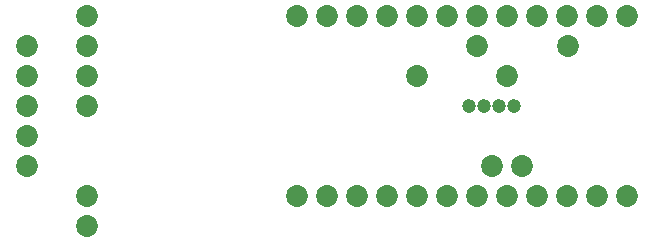
<source format=gts>
G04 Layer: TopSolderMaskLayer*
G04 EasyEDA v6.4.14, 2021-01-21T15:54:09+01:00*
G04 9ce7f4978f28408badebbbb5726e7537,3bf3a0918b454840bcd8ed9ba4aead62,10*
G04 Gerber Generator version 0.2*
G04 Scale: 100 percent, Rotated: No, Reflected: No *
G04 Dimensions in inches *
G04 leading zeros omitted , absolute positions ,3 integer and 6 decimal *
%FSLAX36Y36*%
%MOIN*%

%ADD17C,0.0730*%
%ADD18C,0.0470*%

%LPD*%
D17*
G01*
X1650000Y650000D03*
G01*
X1850000Y750000D03*
G01*
X2155000Y750000D03*
G01*
X1950000Y650000D03*
G01*
X1250000Y850000D03*
G01*
X1350000Y850000D03*
G01*
X1450000Y850000D03*
G01*
X1550000Y850000D03*
G01*
X1650000Y850000D03*
G01*
X1750000Y850000D03*
G01*
X1850000Y850000D03*
G01*
X1950000Y850000D03*
G01*
X2050000Y850000D03*
G01*
X2150000Y850000D03*
G01*
X2250000Y850000D03*
G01*
X2350000Y850000D03*
G01*
X1250000Y250000D03*
G01*
X1350000Y250000D03*
G01*
X1450000Y250000D03*
G01*
X1550000Y250000D03*
G01*
X1650000Y250000D03*
G01*
X1750000Y250000D03*
G01*
X1850000Y250000D03*
G01*
X1950000Y250000D03*
G01*
X2050000Y250000D03*
G01*
X2150000Y250000D03*
G01*
X2250000Y250000D03*
G01*
X2350000Y250000D03*
G01*
X350000Y750000D03*
G01*
X350000Y650000D03*
G01*
X350000Y550000D03*
G01*
X350000Y450000D03*
G01*
X350000Y350000D03*
G01*
X550000Y550000D03*
G01*
X550000Y650000D03*
G01*
X550000Y750000D03*
G01*
X550000Y850000D03*
G01*
X550000Y150000D03*
G01*
X550000Y250000D03*
G01*
X1900000Y350000D03*
G01*
X2000000Y350000D03*
D18*
G01*
X1975000Y550000D03*
G01*
X1925000Y550000D03*
G01*
X1875000Y550000D03*
G01*
X1825000Y550000D03*
M02*

</source>
